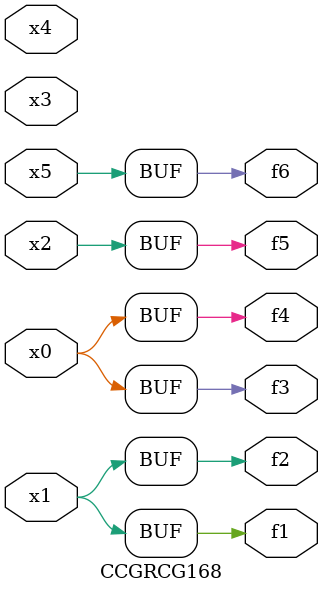
<source format=v>
module CCGRCG168(
	input x0, x1, x2, x3, x4, x5,
	output f1, f2, f3, f4, f5, f6
);
	assign f1 = x1;
	assign f2 = x1;
	assign f3 = x0;
	assign f4 = x0;
	assign f5 = x2;
	assign f6 = x5;
endmodule

</source>
